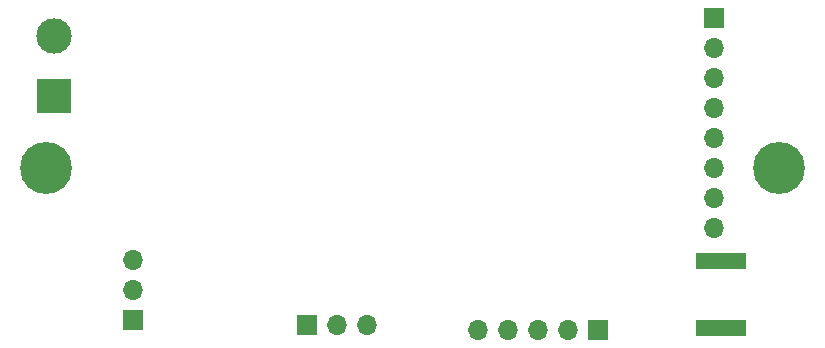
<source format=gbr>
%TF.GenerationSoftware,KiCad,Pcbnew,(6.0.1)*%
%TF.CreationDate,2023-03-06T20:27:37-05:00*%
%TF.ProjectId,PCBFiles_Node,50434246-696c-4657-935f-4e6f64652e6b,rev?*%
%TF.SameCoordinates,Original*%
%TF.FileFunction,Soldermask,Bot*%
%TF.FilePolarity,Negative*%
%FSLAX46Y46*%
G04 Gerber Fmt 4.6, Leading zero omitted, Abs format (unit mm)*
G04 Created by KiCad (PCBNEW (6.0.1)) date 2023-03-06 20:27:37*
%MOMM*%
%LPD*%
G01*
G04 APERTURE LIST*
%ADD10R,3.000000X3.000000*%
%ADD11C,3.000000*%
%ADD12C,4.400000*%
%ADD13R,1.700000X1.700000*%
%ADD14O,1.700000X1.700000*%
%ADD15R,4.200000X1.350000*%
G04 APERTURE END LIST*
D10*
%TO.C,J1*%
X48200000Y-92140000D03*
D11*
X48200000Y-87060000D03*
%TD*%
D12*
%TO.C,H1*%
X109600000Y-98300000D03*
%TD*%
D13*
%TO.C,J4*%
X94240000Y-111960000D03*
D14*
X91700000Y-111960000D03*
X89160000Y-111960000D03*
X86620000Y-111960000D03*
X84080000Y-111960000D03*
%TD*%
D12*
%TO.C,H2*%
X47500000Y-98300000D03*
%TD*%
D13*
%TO.C,J2*%
X69600000Y-111575000D03*
D14*
X72140000Y-111575000D03*
X74680000Y-111575000D03*
%TD*%
D15*
%TO.C,J7*%
X104700000Y-106145000D03*
X104700000Y-111795000D03*
%TD*%
D13*
%TO.C,J5*%
X54900000Y-111180000D03*
D14*
X54900000Y-108640000D03*
X54900000Y-106100000D03*
%TD*%
D13*
%TO.C,J3*%
X104100000Y-85600000D03*
D14*
X104100000Y-88140000D03*
X104100000Y-90680000D03*
X104100000Y-93220000D03*
X104100000Y-95760000D03*
X104100000Y-98300000D03*
X104100000Y-100840000D03*
X104100000Y-103380000D03*
%TD*%
M02*

</source>
